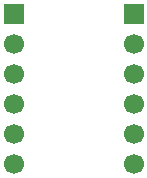
<source format=gbr>
%TF.GenerationSoftware,KiCad,Pcbnew,9.0.7*%
%TF.CreationDate,2026-01-03T11:49:46-05:00*%
%TF.ProjectId,T41-RF-board-Attenuator-daughterboard,5434312d-5246-42d6-926f-6172642d4174,rev?*%
%TF.SameCoordinates,Original*%
%TF.FileFunction,Soldermask,Bot*%
%TF.FilePolarity,Negative*%
%FSLAX46Y46*%
G04 Gerber Fmt 4.6, Leading zero omitted, Abs format (unit mm)*
G04 Created by KiCad (PCBNEW 9.0.7) date 2026-01-03 11:49:46*
%MOMM*%
%LPD*%
G01*
G04 APERTURE LIST*
%ADD10R,1.700000X1.700000*%
%ADD11C,1.700000*%
G04 APERTURE END LIST*
D10*
%TO.C,J1*%
X83820000Y-63500000D03*
D11*
X83820000Y-66040000D03*
X83820000Y-68580000D03*
X83820000Y-71120000D03*
X83820000Y-73660000D03*
X83820000Y-76200000D03*
%TD*%
D10*
%TO.C,J2*%
X93980000Y-63500000D03*
D11*
X93980000Y-66040000D03*
X93980000Y-68579999D03*
X93980000Y-71120000D03*
X93980000Y-73660000D03*
X93980000Y-76200000D03*
%TD*%
M02*

</source>
